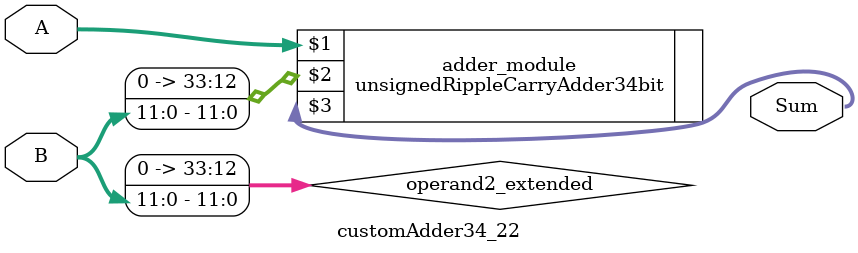
<source format=v>
module customAdder34_22(
                        input [33 : 0] A,
                        input [11 : 0] B,
                        
                        output [34 : 0] Sum
                );

        wire [33 : 0] operand2_extended;
        
        assign operand2_extended =  {22'b0, B};
        
        unsignedRippleCarryAdder34bit adder_module(
            A,
            operand2_extended,
            Sum
        );
        
        endmodule
        
</source>
